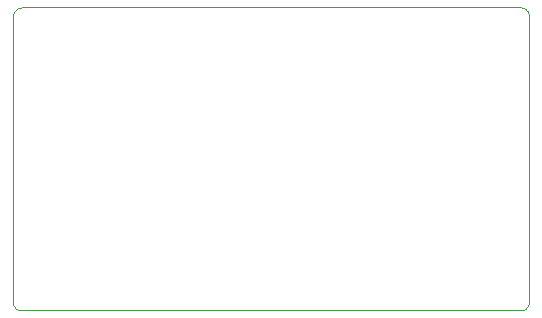
<source format=gko>
G75*
G70*
%OFA0B0*%
%FSLAX24Y24*%
%IPPOS*%
%LPD*%
%AMOC8*
5,1,8,0,0,1.08239X$1,22.5*
%
%ADD10C,0.0000*%
D10*
X002960Y000433D02*
X002960Y009934D01*
X002961Y009966D01*
X002965Y009998D01*
X002973Y010029D01*
X002983Y010060D01*
X002997Y010089D01*
X003014Y010116D01*
X003034Y010142D01*
X003056Y010165D01*
X003080Y010186D01*
X003107Y010205D01*
X003135Y010220D01*
X003165Y010232D01*
X003196Y010241D01*
X003228Y010247D01*
X003260Y010250D01*
X019877Y010250D01*
X019909Y010248D01*
X019940Y010243D01*
X019970Y010234D01*
X020000Y010222D01*
X020028Y010207D01*
X020053Y010188D01*
X020077Y010167D01*
X020098Y010143D01*
X020117Y010118D01*
X020132Y010090D01*
X020144Y010060D01*
X020153Y010030D01*
X020158Y009999D01*
X020160Y009967D01*
X020160Y000433D01*
X020158Y000401D01*
X020153Y000370D01*
X020144Y000340D01*
X020132Y000310D01*
X020117Y000282D01*
X020098Y000257D01*
X020077Y000233D01*
X020053Y000212D01*
X020028Y000193D01*
X020000Y000178D01*
X019970Y000166D01*
X019940Y000157D01*
X019909Y000152D01*
X019877Y000150D01*
X003242Y000150D01*
X003210Y000152D01*
X003179Y000157D01*
X003149Y000166D01*
X003119Y000178D01*
X003091Y000193D01*
X003066Y000212D01*
X003042Y000233D01*
X003021Y000257D01*
X003002Y000282D01*
X002987Y000310D01*
X002975Y000340D01*
X002966Y000370D01*
X002961Y000401D01*
X002959Y000433D01*
M02*

</source>
